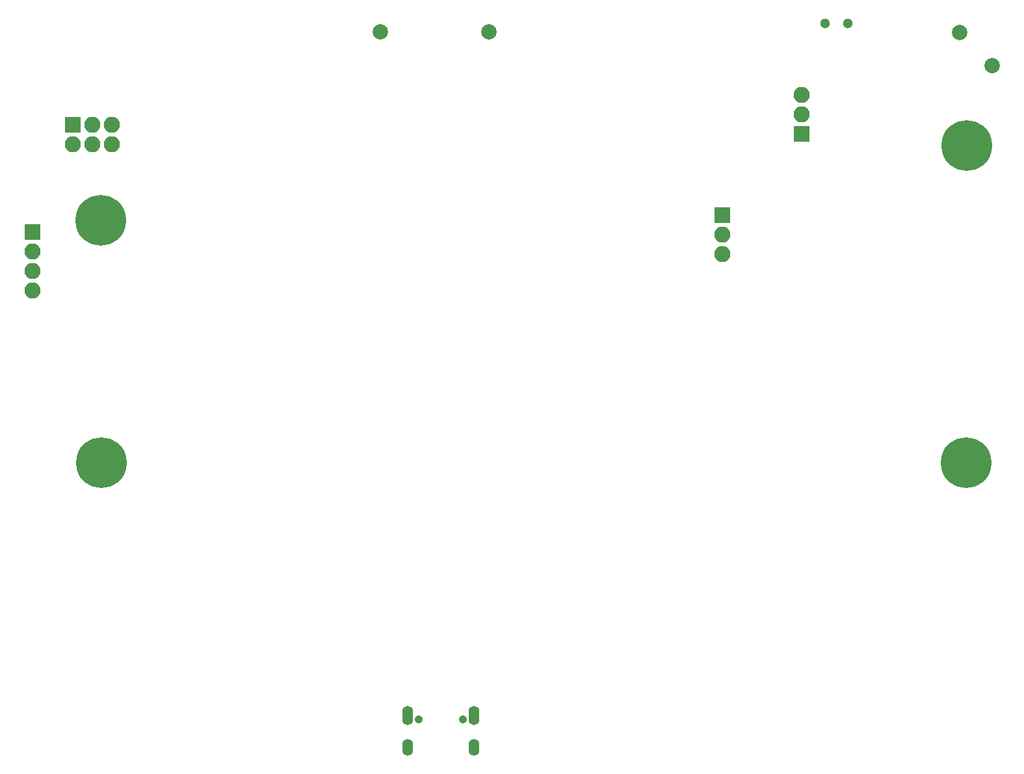
<source format=gbr>
%TF.GenerationSoftware,KiCad,Pcbnew,(6.0.11)*%
%TF.CreationDate,2023-04-07T14:31:03-05:00*%
%TF.ProjectId,GamePip-Back,47616d65-5069-4702-9d42-61636b2e6b69,rev?*%
%TF.SameCoordinates,Original*%
%TF.FileFunction,Soldermask,Bot*%
%TF.FilePolarity,Negative*%
%FSLAX46Y46*%
G04 Gerber Fmt 4.6, Leading zero omitted, Abs format (unit mm)*
G04 Created by KiCad (PCBNEW (6.0.11)) date 2023-04-07 14:31:03*
%MOMM*%
%LPD*%
G01*
G04 APERTURE LIST*
G04 Aperture macros list*
%AMRoundRect*
0 Rectangle with rounded corners*
0 $1 Rounding radius*
0 $2 $3 $4 $5 $6 $7 $8 $9 X,Y pos of 4 corners*
0 Add a 4 corners polygon primitive as box body*
4,1,4,$2,$3,$4,$5,$6,$7,$8,$9,$2,$3,0*
0 Add four circle primitives for the rounded corners*
1,1,$1+$1,$2,$3*
1,1,$1+$1,$4,$5*
1,1,$1+$1,$6,$7*
1,1,$1+$1,$8,$9*
0 Add four rect primitives between the rounded corners*
20,1,$1+$1,$2,$3,$4,$5,0*
20,1,$1+$1,$4,$5,$6,$7,0*
20,1,$1+$1,$6,$7,$8,$9,0*
20,1,$1+$1,$8,$9,$2,$3,0*%
G04 Aperture macros list end*
%ADD10C,1.300000*%
%ADD11C,2.000000*%
%ADD12RoundRect,0.200000X0.850000X0.850000X-0.850000X0.850000X-0.850000X-0.850000X0.850000X-0.850000X0*%
%ADD13O,2.100000X2.100000*%
%ADD14RoundRect,0.200000X0.850000X-0.850000X0.850000X0.850000X-0.850000X0.850000X-0.850000X-0.850000X0*%
%ADD15C,6.600000*%
%ADD16RoundRect,0.200000X-0.850000X-0.850000X0.850000X-0.850000X0.850000X0.850000X-0.850000X0.850000X0*%
%ADD17C,1.050000*%
%ADD18O,1.400000X2.500000*%
%ADD19O,1.400000X2.200000*%
G04 APERTURE END LIST*
D10*
%TO.C,SW10*%
X185400000Y-58000000D03*
X182400000Y-58000000D03*
%TD*%
D11*
%TO.C,SW9*%
X199962000Y-59195359D03*
X204204641Y-63438000D03*
%TD*%
D12*
%TO.C,J14*%
X179375000Y-72325000D03*
D13*
X179375000Y-69785000D03*
X179375000Y-67245000D03*
%TD*%
D14*
%TO.C,J13*%
X84475000Y-71210000D03*
D13*
X84475000Y-73750000D03*
X87015000Y-71210000D03*
X87015000Y-73750000D03*
X89555000Y-71210000D03*
X89555000Y-73750000D03*
%TD*%
D15*
%TO.C,J12*%
X88200000Y-115200000D03*
%TD*%
%TO.C,J11*%
X200800000Y-115200000D03*
%TD*%
%TO.C,J10*%
X200900000Y-73900000D03*
%TD*%
%TO.C,J9*%
X88100000Y-83600000D03*
%TD*%
D16*
%TO.C,J8*%
X79200000Y-85120000D03*
D13*
X79200000Y-87660000D03*
X79200000Y-90200000D03*
X79200000Y-92740000D03*
%TD*%
D16*
%TO.C,J3*%
X169000000Y-82960000D03*
D13*
X169000000Y-85500000D03*
X169000000Y-88040000D03*
%TD*%
D17*
%TO.C,J2*%
X135290000Y-148612500D03*
X129510000Y-148612500D03*
D18*
X136720000Y-148112500D03*
D19*
X128080000Y-152262500D03*
D18*
X128080000Y-148112500D03*
D19*
X136720000Y-152262500D03*
%TD*%
D11*
%TO.C,BT1*%
X124525000Y-59075000D03*
X138625000Y-59075000D03*
%TD*%
M02*

</source>
